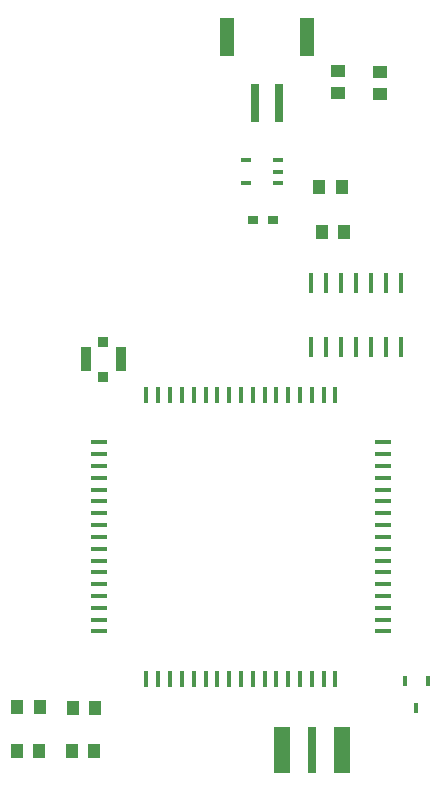
<source format=gbr>
G04 DipTrace 3.0.0.1*
G04 TopPaste.gbr*
%MOIN*%
G04 #@! TF.FileFunction,Paste,Top*
G04 #@! TF.Part,Single*
%ADD62R,0.051181X0.125984*%
%ADD64R,0.031496X0.129921*%
%ADD66R,0.035433X0.015748*%
%ADD68R,0.015748X0.070866*%
%ADD74O,0.015748X0.055118*%
%ADD76O,0.055118X0.015748*%
%ADD78R,0.035433X0.031496*%
%ADD80R,0.017717X0.033465*%
%ADD86R,0.043307X0.051181*%
%ADD92R,0.051181X0.043307*%
%ADD98R,0.035433X0.080709*%
%ADD100R,0.033465X0.035433*%
%ADD102R,0.025591X0.151969*%
%ADD104R,0.051969X0.151969*%
%FSLAX26Y26*%
G04*
G70*
G90*
G75*
G01*
G04 TopPaste*
%LPD*%
D104*
X1534252Y490157D3*
D102*
X1434252Y490551D3*
D104*
X1334646D3*
D100*
X737795Y1734646D3*
Y1852756D3*
D98*
X796850Y1793701D3*
X678740D3*
D92*
X1519701Y2680701D3*
Y2755504D3*
X1660252Y2677551D3*
Y2752354D3*
D86*
X1466929Y2216929D3*
X1541732D3*
X1532283Y2367323D3*
X1457480D3*
X708661Y487795D3*
X633858D3*
X525197Y488976D3*
X450394D3*
D80*
X1819378Y720575D3*
X1744575D3*
X1781976Y630024D3*
D86*
X711024Y632677D3*
X636220D3*
X525591Y634646D3*
X450787D3*
D78*
X1235827Y2258000D3*
X1302756D3*
D76*
X1669291Y886614D3*
Y925984D3*
Y965354D3*
Y1004724D3*
Y1044094D3*
Y1083465D3*
Y1122835D3*
Y1162205D3*
Y1201575D3*
Y1240945D3*
Y1280315D3*
Y1319685D3*
Y1359055D3*
Y1398425D3*
Y1437795D3*
Y1477165D3*
Y1516535D3*
D74*
X1511811Y1674016D3*
X1472441D3*
X1433071D3*
X1393701D3*
X1354331D3*
X1314961D3*
X1275591D3*
X1236220D3*
X1196850D3*
X1157480D3*
X1118110D3*
X1078740D3*
X1039370D3*
X1000000D3*
X960630D3*
X921260D3*
X881890D3*
D76*
X724409Y1516535D3*
Y1477165D3*
Y1437795D3*
Y1398425D3*
Y1359055D3*
Y1319685D3*
Y1280315D3*
Y1240945D3*
Y1201575D3*
Y1162205D3*
Y1122835D3*
Y1083465D3*
Y1044094D3*
Y1004724D3*
Y965354D3*
Y925984D3*
Y886614D3*
D74*
X881890Y729134D3*
X921260D3*
X960630D3*
X1000000D3*
X1039370D3*
X1078740D3*
X1118110D3*
X1157480D3*
X1196850D3*
X1236220D3*
X1275591D3*
X1314961D3*
X1354331D3*
X1393701D3*
X1433071D3*
X1472441D3*
X1511811D3*
D68*
X1731890Y2046850D3*
X1681890D3*
X1631890D3*
X1581890D3*
X1531890D3*
X1481890D3*
X1431890D3*
Y1834252D3*
X1481890D3*
X1531890D3*
X1581890D3*
X1631890D3*
X1681890D3*
X1731890D3*
D66*
X1319685Y2381890D3*
Y2419291D3*
Y2456693D3*
X1213386D3*
Y2381890D3*
D64*
X1323291Y2648047D3*
X1244551D3*
D62*
X1415740Y2866441D3*
X1151961D3*
M02*

</source>
